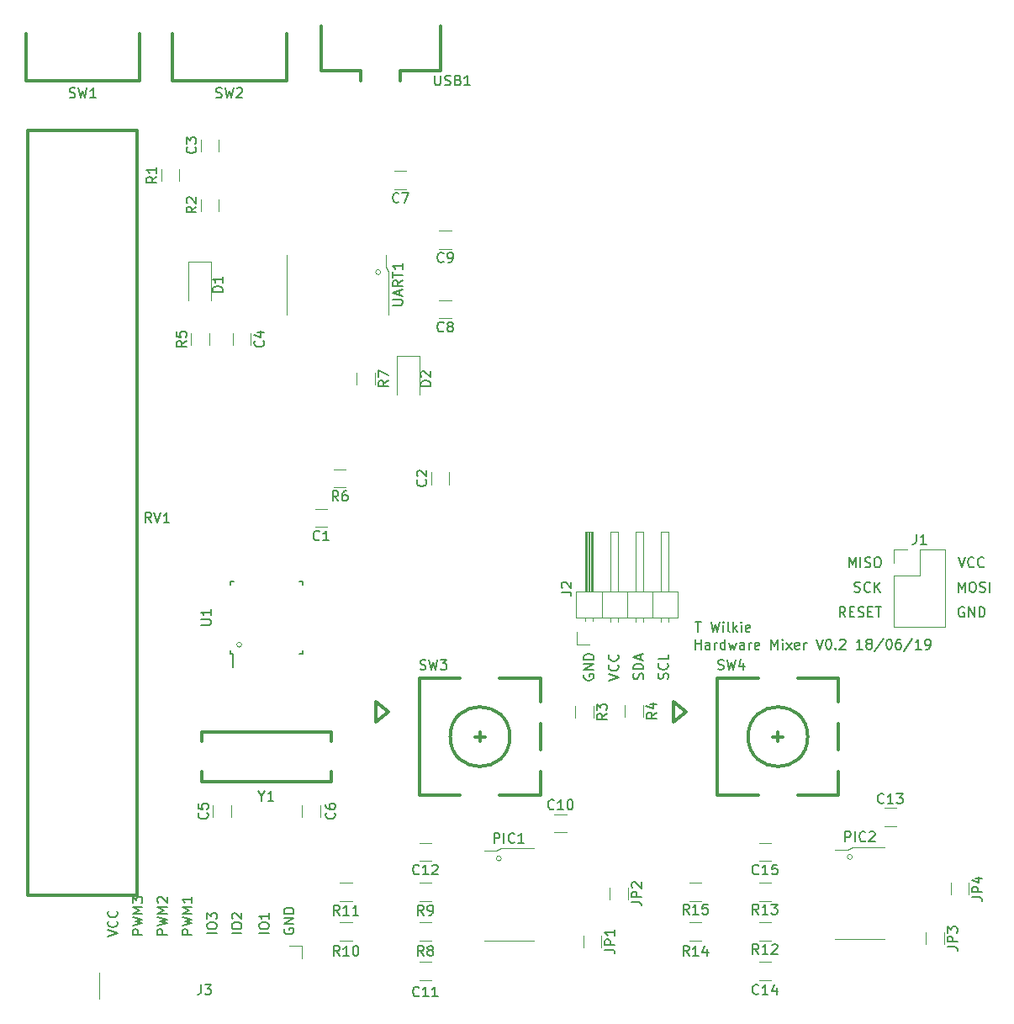
<source format=gbr>
G04 #@! TF.GenerationSoftware,KiCad,Pcbnew,(5.1.2)-2*
G04 #@! TF.CreationDate,2019-06-18T19:33:51+12:00*
G04 #@! TF.ProjectId,layout_2,6c61796f-7574-45f3-922e-6b696361645f,rev?*
G04 #@! TF.SameCoordinates,Original*
G04 #@! TF.FileFunction,Legend,Top*
G04 #@! TF.FilePolarity,Positive*
%FSLAX46Y46*%
G04 Gerber Fmt 4.6, Leading zero omitted, Abs format (unit mm)*
G04 Created by KiCad (PCBNEW (5.1.2)-2) date 2019-06-18 19:33:51*
%MOMM*%
%LPD*%
G04 APERTURE LIST*
%ADD10C,0.150000*%
%ADD11C,0.120000*%
%ADD12C,0.300000*%
G04 APERTURE END LIST*
D10*
X145390476Y-100652380D02*
X145961904Y-100652380D01*
X145676190Y-101652380D02*
X145676190Y-100652380D01*
X146961904Y-100652380D02*
X147200000Y-101652380D01*
X147390476Y-100938095D01*
X147580952Y-101652380D01*
X147819047Y-100652380D01*
X148200000Y-101652380D02*
X148200000Y-100985714D01*
X148200000Y-100652380D02*
X148152380Y-100700000D01*
X148200000Y-100747619D01*
X148247619Y-100700000D01*
X148200000Y-100652380D01*
X148200000Y-100747619D01*
X148819047Y-101652380D02*
X148723809Y-101604761D01*
X148676190Y-101509523D01*
X148676190Y-100652380D01*
X149200000Y-101652380D02*
X149200000Y-100652380D01*
X149295238Y-101271428D02*
X149580952Y-101652380D01*
X149580952Y-100985714D02*
X149200000Y-101366666D01*
X150009523Y-101652380D02*
X150009523Y-100985714D01*
X150009523Y-100652380D02*
X149961904Y-100700000D01*
X150009523Y-100747619D01*
X150057142Y-100700000D01*
X150009523Y-100652380D01*
X150009523Y-100747619D01*
X150866666Y-101604761D02*
X150771428Y-101652380D01*
X150580952Y-101652380D01*
X150485714Y-101604761D01*
X150438095Y-101509523D01*
X150438095Y-101128571D01*
X150485714Y-101033333D01*
X150580952Y-100985714D01*
X150771428Y-100985714D01*
X150866666Y-101033333D01*
X150914285Y-101128571D01*
X150914285Y-101223809D01*
X150438095Y-101319047D01*
X145366666Y-103402380D02*
X145366666Y-102402380D01*
X145366666Y-102878571D02*
X145938095Y-102878571D01*
X145938095Y-103402380D02*
X145938095Y-102402380D01*
X146842857Y-103402380D02*
X146842857Y-102878571D01*
X146795238Y-102783333D01*
X146700000Y-102735714D01*
X146509523Y-102735714D01*
X146414285Y-102783333D01*
X146842857Y-103354761D02*
X146747619Y-103402380D01*
X146509523Y-103402380D01*
X146414285Y-103354761D01*
X146366666Y-103259523D01*
X146366666Y-103164285D01*
X146414285Y-103069047D01*
X146509523Y-103021428D01*
X146747619Y-103021428D01*
X146842857Y-102973809D01*
X147319047Y-103402380D02*
X147319047Y-102735714D01*
X147319047Y-102926190D02*
X147366666Y-102830952D01*
X147414285Y-102783333D01*
X147509523Y-102735714D01*
X147604761Y-102735714D01*
X148366666Y-103402380D02*
X148366666Y-102402380D01*
X148366666Y-103354761D02*
X148271428Y-103402380D01*
X148080952Y-103402380D01*
X147985714Y-103354761D01*
X147938095Y-103307142D01*
X147890476Y-103211904D01*
X147890476Y-102926190D01*
X147938095Y-102830952D01*
X147985714Y-102783333D01*
X148080952Y-102735714D01*
X148271428Y-102735714D01*
X148366666Y-102783333D01*
X148747619Y-102735714D02*
X148938095Y-103402380D01*
X149128571Y-102926190D01*
X149319047Y-103402380D01*
X149509523Y-102735714D01*
X150319047Y-103402380D02*
X150319047Y-102878571D01*
X150271428Y-102783333D01*
X150176190Y-102735714D01*
X149985714Y-102735714D01*
X149890476Y-102783333D01*
X150319047Y-103354761D02*
X150223809Y-103402380D01*
X149985714Y-103402380D01*
X149890476Y-103354761D01*
X149842857Y-103259523D01*
X149842857Y-103164285D01*
X149890476Y-103069047D01*
X149985714Y-103021428D01*
X150223809Y-103021428D01*
X150319047Y-102973809D01*
X150795238Y-103402380D02*
X150795238Y-102735714D01*
X150795238Y-102926190D02*
X150842857Y-102830952D01*
X150890476Y-102783333D01*
X150985714Y-102735714D01*
X151080952Y-102735714D01*
X151795238Y-103354761D02*
X151700000Y-103402380D01*
X151509523Y-103402380D01*
X151414285Y-103354761D01*
X151366666Y-103259523D01*
X151366666Y-102878571D01*
X151414285Y-102783333D01*
X151509523Y-102735714D01*
X151700000Y-102735714D01*
X151795238Y-102783333D01*
X151842857Y-102878571D01*
X151842857Y-102973809D01*
X151366666Y-103069047D01*
X153033333Y-103402380D02*
X153033333Y-102402380D01*
X153366666Y-103116666D01*
X153700000Y-102402380D01*
X153700000Y-103402380D01*
X154176190Y-103402380D02*
X154176190Y-102735714D01*
X154176190Y-102402380D02*
X154128571Y-102450000D01*
X154176190Y-102497619D01*
X154223809Y-102450000D01*
X154176190Y-102402380D01*
X154176190Y-102497619D01*
X154557142Y-103402380D02*
X155080952Y-102735714D01*
X154557142Y-102735714D02*
X155080952Y-103402380D01*
X155842857Y-103354761D02*
X155747619Y-103402380D01*
X155557142Y-103402380D01*
X155461904Y-103354761D01*
X155414285Y-103259523D01*
X155414285Y-102878571D01*
X155461904Y-102783333D01*
X155557142Y-102735714D01*
X155747619Y-102735714D01*
X155842857Y-102783333D01*
X155890476Y-102878571D01*
X155890476Y-102973809D01*
X155414285Y-103069047D01*
X156319047Y-103402380D02*
X156319047Y-102735714D01*
X156319047Y-102926190D02*
X156366666Y-102830952D01*
X156414285Y-102783333D01*
X156509523Y-102735714D01*
X156604761Y-102735714D01*
X157557142Y-102402380D02*
X157890476Y-103402380D01*
X158223809Y-102402380D01*
X158747619Y-102402380D02*
X158842857Y-102402380D01*
X158938095Y-102450000D01*
X158985714Y-102497619D01*
X159033333Y-102592857D01*
X159080952Y-102783333D01*
X159080952Y-103021428D01*
X159033333Y-103211904D01*
X158985714Y-103307142D01*
X158938095Y-103354761D01*
X158842857Y-103402380D01*
X158747619Y-103402380D01*
X158652380Y-103354761D01*
X158604761Y-103307142D01*
X158557142Y-103211904D01*
X158509523Y-103021428D01*
X158509523Y-102783333D01*
X158557142Y-102592857D01*
X158604761Y-102497619D01*
X158652380Y-102450000D01*
X158747619Y-102402380D01*
X159509523Y-103307142D02*
X159557142Y-103354761D01*
X159509523Y-103402380D01*
X159461904Y-103354761D01*
X159509523Y-103307142D01*
X159509523Y-103402380D01*
X159938095Y-102497619D02*
X159985714Y-102450000D01*
X160080952Y-102402380D01*
X160319047Y-102402380D01*
X160414285Y-102450000D01*
X160461904Y-102497619D01*
X160509523Y-102592857D01*
X160509523Y-102688095D01*
X160461904Y-102830952D01*
X159890476Y-103402380D01*
X160509523Y-103402380D01*
X162223809Y-103402380D02*
X161652380Y-103402380D01*
X161938095Y-103402380D02*
X161938095Y-102402380D01*
X161842857Y-102545238D01*
X161747619Y-102640476D01*
X161652380Y-102688095D01*
X162795238Y-102830952D02*
X162700000Y-102783333D01*
X162652380Y-102735714D01*
X162604761Y-102640476D01*
X162604761Y-102592857D01*
X162652380Y-102497619D01*
X162700000Y-102450000D01*
X162795238Y-102402380D01*
X162985714Y-102402380D01*
X163080952Y-102450000D01*
X163128571Y-102497619D01*
X163176190Y-102592857D01*
X163176190Y-102640476D01*
X163128571Y-102735714D01*
X163080952Y-102783333D01*
X162985714Y-102830952D01*
X162795238Y-102830952D01*
X162700000Y-102878571D01*
X162652380Y-102926190D01*
X162604761Y-103021428D01*
X162604761Y-103211904D01*
X162652380Y-103307142D01*
X162700000Y-103354761D01*
X162795238Y-103402380D01*
X162985714Y-103402380D01*
X163080952Y-103354761D01*
X163128571Y-103307142D01*
X163176190Y-103211904D01*
X163176190Y-103021428D01*
X163128571Y-102926190D01*
X163080952Y-102878571D01*
X162985714Y-102830952D01*
X164319047Y-102354761D02*
X163461904Y-103640476D01*
X164842857Y-102402380D02*
X164938095Y-102402380D01*
X165033333Y-102450000D01*
X165080952Y-102497619D01*
X165128571Y-102592857D01*
X165176190Y-102783333D01*
X165176190Y-103021428D01*
X165128571Y-103211904D01*
X165080952Y-103307142D01*
X165033333Y-103354761D01*
X164938095Y-103402380D01*
X164842857Y-103402380D01*
X164747619Y-103354761D01*
X164700000Y-103307142D01*
X164652380Y-103211904D01*
X164604761Y-103021428D01*
X164604761Y-102783333D01*
X164652380Y-102592857D01*
X164700000Y-102497619D01*
X164747619Y-102450000D01*
X164842857Y-102402380D01*
X166033333Y-102402380D02*
X165842857Y-102402380D01*
X165747619Y-102450000D01*
X165700000Y-102497619D01*
X165604761Y-102640476D01*
X165557142Y-102830952D01*
X165557142Y-103211904D01*
X165604761Y-103307142D01*
X165652380Y-103354761D01*
X165747619Y-103402380D01*
X165938095Y-103402380D01*
X166033333Y-103354761D01*
X166080952Y-103307142D01*
X166128571Y-103211904D01*
X166128571Y-102973809D01*
X166080952Y-102878571D01*
X166033333Y-102830952D01*
X165938095Y-102783333D01*
X165747619Y-102783333D01*
X165652380Y-102830952D01*
X165604761Y-102878571D01*
X165557142Y-102973809D01*
X167271428Y-102354761D02*
X166414285Y-103640476D01*
X168128571Y-103402380D02*
X167557142Y-103402380D01*
X167842857Y-103402380D02*
X167842857Y-102402380D01*
X167747619Y-102545238D01*
X167652380Y-102640476D01*
X167557142Y-102688095D01*
X168604761Y-103402380D02*
X168795238Y-103402380D01*
X168890476Y-103354761D01*
X168938095Y-103307142D01*
X169033333Y-103164285D01*
X169080952Y-102973809D01*
X169080952Y-102592857D01*
X169033333Y-102497619D01*
X168985714Y-102450000D01*
X168890476Y-102402380D01*
X168700000Y-102402380D01*
X168604761Y-102450000D01*
X168557142Y-102497619D01*
X168509523Y-102592857D01*
X168509523Y-102830952D01*
X168557142Y-102926190D01*
X168604761Y-102973809D01*
X168700000Y-103021428D01*
X168890476Y-103021428D01*
X168985714Y-102973809D01*
X169033333Y-102926190D01*
X169080952Y-102830952D01*
D11*
X105770000Y-133230000D02*
X105770000Y-134500000D01*
X104500000Y-133230000D02*
X105770000Y-133230000D01*
X85390000Y-135940000D02*
X85390000Y-138600000D01*
D12*
X111700000Y-45200000D02*
X107700000Y-45200000D01*
X119700000Y-45200000D02*
X119700000Y-40700000D01*
X115700000Y-45200000D02*
X119700000Y-45200000D01*
X115700000Y-46200000D02*
X115700000Y-45200000D01*
X111700000Y-45200000D02*
X111700000Y-46200000D01*
X107700000Y-40700000D02*
X107700000Y-45200000D01*
D11*
X120610000Y-86802064D02*
X120610000Y-85597936D01*
X118790000Y-86802064D02*
X118790000Y-85597936D01*
X99700000Y-102950000D02*
G75*
G03X99700000Y-102950000I-250000J0D01*
G01*
D10*
X98800000Y-103825000D02*
X98800000Y-105250000D01*
X98575000Y-96575000D02*
X98575000Y-96900000D01*
X105825000Y-96575000D02*
X105825000Y-96900000D01*
X105825000Y-103825000D02*
X105825000Y-103500000D01*
X98575000Y-103825000D02*
X98575000Y-103500000D01*
X105825000Y-103825000D02*
X105500000Y-103825000D01*
X105825000Y-96575000D02*
X105500000Y-96575000D01*
X98575000Y-96575000D02*
X98900000Y-96575000D01*
X98575000Y-103825000D02*
X98800000Y-103825000D01*
D12*
X89200000Y-128200000D02*
X89200000Y-51200000D01*
X78200000Y-128200000D02*
X89200000Y-128200000D01*
X78200000Y-51200000D02*
X78200000Y-128200000D01*
X89200000Y-51200000D02*
X78200000Y-51200000D01*
D11*
X108302064Y-89290000D02*
X107097936Y-89290000D01*
X108302064Y-91110000D02*
X107097936Y-91110000D01*
X116302064Y-55290000D02*
X115097936Y-55290000D01*
X116302064Y-57110000D02*
X115097936Y-57110000D01*
D12*
X108700000Y-111700000D02*
X108700000Y-112700000D01*
X95700000Y-111700000D02*
X108700000Y-111700000D01*
X95700000Y-112700000D02*
X95700000Y-111700000D01*
X95700000Y-116700000D02*
X95700000Y-115700000D01*
X108700000Y-116700000D02*
X95700000Y-116700000D01*
X108700000Y-115700000D02*
X108700000Y-116700000D01*
D11*
X113700000Y-65450000D02*
G75*
G03X113700000Y-65450000I-250000J0D01*
G01*
X104200000Y-63700000D02*
X104200000Y-69700000D01*
X114450000Y-65450000D02*
X114450000Y-69700000D01*
X114200000Y-64950000D02*
X114450000Y-65450000D01*
X114200000Y-63700000D02*
X114200000Y-64950000D01*
D12*
X143200000Y-108700000D02*
X144450000Y-109700000D01*
X143200000Y-110700000D02*
X143200000Y-108700000D01*
X144450000Y-109700000D02*
X143200000Y-110700000D01*
X156700000Y-112200000D02*
G75*
G03X156700000Y-112200000I-3000000J0D01*
G01*
X155700000Y-106300000D02*
X159800000Y-106300000D01*
X159800000Y-118100000D02*
X155700000Y-118100000D01*
X151700000Y-118100000D02*
X147600000Y-118100000D01*
X151700000Y-106300000D02*
X147600000Y-106300000D01*
X147600000Y-106300000D02*
X147600000Y-118100000D01*
X159800000Y-106300000D02*
X159800000Y-108700000D01*
X159800000Y-110900000D02*
X159800000Y-113500000D01*
X159800000Y-115700000D02*
X159800000Y-118100000D01*
X153700000Y-111700000D02*
X153700000Y-112700000D01*
X153200000Y-112200000D02*
X154200000Y-112200000D01*
X113200000Y-108700000D02*
X114450000Y-109700000D01*
X113200000Y-110700000D02*
X113200000Y-108700000D01*
X114450000Y-109700000D02*
X113200000Y-110700000D01*
X126700000Y-112200000D02*
G75*
G03X126700000Y-112200000I-3000000J0D01*
G01*
X125700000Y-106300000D02*
X129800000Y-106300000D01*
X129800000Y-118100000D02*
X125700000Y-118100000D01*
X121700000Y-118100000D02*
X117600000Y-118100000D01*
X121700000Y-106300000D02*
X117600000Y-106300000D01*
X117600000Y-106300000D02*
X117600000Y-118100000D01*
X129800000Y-106300000D02*
X129800000Y-108700000D01*
X129800000Y-110900000D02*
X129800000Y-113500000D01*
X129800000Y-115700000D02*
X129800000Y-118100000D01*
X123700000Y-111700000D02*
X123700000Y-112700000D01*
X123200000Y-112200000D02*
X124200000Y-112200000D01*
X92700000Y-46200000D02*
X92700000Y-41450000D01*
X104200000Y-46200000D02*
X92700000Y-46200000D01*
X104200000Y-41450000D02*
X104200000Y-46200000D01*
X77950000Y-46200000D02*
X77950000Y-41450000D01*
X89450000Y-46200000D02*
X77950000Y-46200000D01*
X89450000Y-41450000D02*
X89450000Y-46200000D01*
D11*
X146002064Y-126890000D02*
X144797936Y-126890000D01*
X146002064Y-128710000D02*
X144797936Y-128710000D01*
X144797936Y-132710000D02*
X146002064Y-132710000D01*
X144797936Y-130890000D02*
X146002064Y-130890000D01*
X153002064Y-126890000D02*
X151797936Y-126890000D01*
X153002064Y-128710000D02*
X151797936Y-128710000D01*
X153002064Y-130890000D02*
X151797936Y-130890000D01*
X153002064Y-132710000D02*
X151797936Y-132710000D01*
X110802064Y-126890000D02*
X109597936Y-126890000D01*
X110802064Y-128710000D02*
X109597936Y-128710000D01*
X109597936Y-132710000D02*
X110802064Y-132710000D01*
X109597936Y-130890000D02*
X110802064Y-130890000D01*
X118802064Y-126890000D02*
X117597936Y-126890000D01*
X118802064Y-128710000D02*
X117597936Y-128710000D01*
X118802064Y-130890000D02*
X117597936Y-130890000D01*
X118802064Y-132710000D02*
X117597936Y-132710000D01*
X111290000Y-75597936D02*
X111290000Y-76802064D01*
X113110000Y-75597936D02*
X113110000Y-76802064D01*
X110202064Y-85290000D02*
X108997936Y-85290000D01*
X110202064Y-87110000D02*
X108997936Y-87110000D01*
X96410000Y-72802064D02*
X96410000Y-71597936D01*
X94590000Y-72802064D02*
X94590000Y-71597936D01*
X138290000Y-108997936D02*
X138290000Y-110202064D01*
X140110000Y-108997936D02*
X140110000Y-110202064D01*
X133290000Y-109097936D02*
X133290000Y-110302064D01*
X135110000Y-109097936D02*
X135110000Y-110302064D01*
X97410000Y-59302064D02*
X97410000Y-58097936D01*
X95590000Y-59302064D02*
X95590000Y-58097936D01*
X93410000Y-56302064D02*
X93410000Y-55097936D01*
X91590000Y-56302064D02*
X91590000Y-55097936D01*
X159450000Y-132550000D02*
X164450000Y-132550000D01*
X161200000Y-124300000D02*
G75*
G03X161200000Y-124300000I-250000J0D01*
G01*
X161200000Y-123300000D02*
X164450000Y-123300000D01*
X160700000Y-123550000D02*
X161200000Y-123300000D01*
X159450000Y-123550000D02*
X160700000Y-123550000D01*
X124100000Y-132700000D02*
X129100000Y-132700000D01*
X125850000Y-124450000D02*
G75*
G03X125850000Y-124450000I-250000J0D01*
G01*
X125850000Y-123450000D02*
X129100000Y-123450000D01*
X125350000Y-123700000D02*
X125850000Y-123450000D01*
X124100000Y-123700000D02*
X125350000Y-123700000D01*
X171090000Y-126897936D02*
X171090000Y-128102064D01*
X172910000Y-126897936D02*
X172910000Y-128102064D01*
X168590000Y-131897936D02*
X168590000Y-133102064D01*
X170410000Y-131897936D02*
X170410000Y-133102064D01*
X136790000Y-127397936D02*
X136790000Y-128602064D01*
X138610000Y-127397936D02*
X138610000Y-128602064D01*
X134090000Y-132197936D02*
X134090000Y-133402064D01*
X135910000Y-132197936D02*
X135910000Y-133402064D01*
X133430000Y-102970000D02*
X133430000Y-101700000D01*
X134700000Y-102970000D02*
X133430000Y-102970000D01*
X142700000Y-100657071D02*
X142700000Y-100260000D01*
X141940000Y-100657071D02*
X141940000Y-100260000D01*
X142700000Y-91600000D02*
X142700000Y-97600000D01*
X141940000Y-91600000D02*
X142700000Y-91600000D01*
X141940000Y-97600000D02*
X141940000Y-91600000D01*
X141050000Y-100260000D02*
X141050000Y-97600000D01*
X140160000Y-100657071D02*
X140160000Y-100260000D01*
X139400000Y-100657071D02*
X139400000Y-100260000D01*
X140160000Y-91600000D02*
X140160000Y-97600000D01*
X139400000Y-91600000D02*
X140160000Y-91600000D01*
X139400000Y-97600000D02*
X139400000Y-91600000D01*
X138510000Y-100260000D02*
X138510000Y-97600000D01*
X137620000Y-100657071D02*
X137620000Y-100260000D01*
X136860000Y-100657071D02*
X136860000Y-100260000D01*
X137620000Y-91600000D02*
X137620000Y-97600000D01*
X136860000Y-91600000D02*
X137620000Y-91600000D01*
X136860000Y-97600000D02*
X136860000Y-91600000D01*
X135970000Y-100260000D02*
X135970000Y-97600000D01*
X135080000Y-100590000D02*
X135080000Y-100260000D01*
X134320000Y-100590000D02*
X134320000Y-100260000D01*
X134980000Y-97600000D02*
X134980000Y-91600000D01*
X134860000Y-97600000D02*
X134860000Y-91600000D01*
X134740000Y-97600000D02*
X134740000Y-91600000D01*
X134620000Y-97600000D02*
X134620000Y-91600000D01*
X134500000Y-97600000D02*
X134500000Y-91600000D01*
X134380000Y-97600000D02*
X134380000Y-91600000D01*
X135080000Y-91600000D02*
X135080000Y-97600000D01*
X134320000Y-91600000D02*
X135080000Y-91600000D01*
X134320000Y-97600000D02*
X134320000Y-91600000D01*
X133370000Y-97600000D02*
X133370000Y-100260000D01*
X143650000Y-97600000D02*
X133370000Y-97600000D01*
X143650000Y-100260000D02*
X143650000Y-97600000D01*
X133370000Y-100260000D02*
X143650000Y-100260000D01*
X165370000Y-93370000D02*
X166700000Y-93370000D01*
X165370000Y-94700000D02*
X165370000Y-93370000D01*
X167970000Y-93370000D02*
X170570000Y-93370000D01*
X167970000Y-95970000D02*
X167970000Y-93370000D01*
X165370000Y-95970000D02*
X167970000Y-95970000D01*
X170570000Y-93370000D02*
X170570000Y-101110000D01*
X165370000Y-95970000D02*
X165370000Y-101110000D01*
X165370000Y-101110000D02*
X170570000Y-101110000D01*
X115315000Y-73915000D02*
X115315000Y-77800000D01*
X117585000Y-73915000D02*
X115315000Y-73915000D01*
X117585000Y-77800000D02*
X117585000Y-73915000D01*
X94365000Y-64415000D02*
X94365000Y-68300000D01*
X96635000Y-64415000D02*
X94365000Y-64415000D01*
X96635000Y-68300000D02*
X96635000Y-64415000D01*
X153002064Y-122890000D02*
X151797936Y-122890000D01*
X153002064Y-124710000D02*
X151797936Y-124710000D01*
X151797936Y-136710000D02*
X153002064Y-136710000D01*
X151797936Y-134890000D02*
X153002064Y-134890000D01*
X164397936Y-121210000D02*
X165602064Y-121210000D01*
X164397936Y-119390000D02*
X165602064Y-119390000D01*
X118802064Y-122890000D02*
X117597936Y-122890000D01*
X118802064Y-124710000D02*
X117597936Y-124710000D01*
X117597936Y-136710000D02*
X118802064Y-136710000D01*
X117597936Y-134890000D02*
X118802064Y-134890000D01*
X131197936Y-121810000D02*
X132402064Y-121810000D01*
X131197936Y-119990000D02*
X132402064Y-119990000D01*
X120802064Y-61290000D02*
X119597936Y-61290000D01*
X120802064Y-63110000D02*
X119597936Y-63110000D01*
X120802064Y-68290000D02*
X119597936Y-68290000D01*
X120802064Y-70110000D02*
X119597936Y-70110000D01*
X107610000Y-120302064D02*
X107610000Y-119097936D01*
X105790000Y-120302064D02*
X105790000Y-119097936D01*
X98610000Y-120302064D02*
X98610000Y-119097936D01*
X96790000Y-120302064D02*
X96790000Y-119097936D01*
X98790000Y-71597936D02*
X98790000Y-72802064D01*
X100610000Y-71597936D02*
X100610000Y-72802064D01*
X97410000Y-53302064D02*
X97410000Y-52097936D01*
X95590000Y-53302064D02*
X95590000Y-52097936D01*
D10*
X95616666Y-137152380D02*
X95616666Y-137866666D01*
X95569047Y-138009523D01*
X95473809Y-138104761D01*
X95330952Y-138152380D01*
X95235714Y-138152380D01*
X95997619Y-137152380D02*
X96616666Y-137152380D01*
X96283333Y-137533333D01*
X96426190Y-137533333D01*
X96521428Y-137580952D01*
X96569047Y-137628571D01*
X96616666Y-137723809D01*
X96616666Y-137961904D01*
X96569047Y-138057142D01*
X96521428Y-138104761D01*
X96426190Y-138152380D01*
X96140476Y-138152380D01*
X96045238Y-138104761D01*
X95997619Y-138057142D01*
X86202380Y-132333333D02*
X87202380Y-132000000D01*
X86202380Y-131666666D01*
X87107142Y-130761904D02*
X87154761Y-130809523D01*
X87202380Y-130952380D01*
X87202380Y-131047619D01*
X87154761Y-131190476D01*
X87059523Y-131285714D01*
X86964285Y-131333333D01*
X86773809Y-131380952D01*
X86630952Y-131380952D01*
X86440476Y-131333333D01*
X86345238Y-131285714D01*
X86250000Y-131190476D01*
X86202380Y-131047619D01*
X86202380Y-130952380D01*
X86250000Y-130809523D01*
X86297619Y-130761904D01*
X87107142Y-129761904D02*
X87154761Y-129809523D01*
X87202380Y-129952380D01*
X87202380Y-130047619D01*
X87154761Y-130190476D01*
X87059523Y-130285714D01*
X86964285Y-130333333D01*
X86773809Y-130380952D01*
X86630952Y-130380952D01*
X86440476Y-130333333D01*
X86345238Y-130285714D01*
X86250000Y-130190476D01*
X86202380Y-130047619D01*
X86202380Y-129952380D01*
X86250000Y-129809523D01*
X86297619Y-129761904D01*
X89702380Y-132130952D02*
X88702380Y-132130952D01*
X88702380Y-131750000D01*
X88750000Y-131654761D01*
X88797619Y-131607142D01*
X88892857Y-131559523D01*
X89035714Y-131559523D01*
X89130952Y-131607142D01*
X89178571Y-131654761D01*
X89226190Y-131750000D01*
X89226190Y-132130952D01*
X88702380Y-131226190D02*
X89702380Y-130988095D01*
X88988095Y-130797619D01*
X89702380Y-130607142D01*
X88702380Y-130369047D01*
X89702380Y-129988095D02*
X88702380Y-129988095D01*
X89416666Y-129654761D01*
X88702380Y-129321428D01*
X89702380Y-129321428D01*
X88702380Y-128940476D02*
X88702380Y-128321428D01*
X89083333Y-128654761D01*
X89083333Y-128511904D01*
X89130952Y-128416666D01*
X89178571Y-128369047D01*
X89273809Y-128321428D01*
X89511904Y-128321428D01*
X89607142Y-128369047D01*
X89654761Y-128416666D01*
X89702380Y-128511904D01*
X89702380Y-128797619D01*
X89654761Y-128892857D01*
X89607142Y-128940476D01*
X92202380Y-132130952D02*
X91202380Y-132130952D01*
X91202380Y-131750000D01*
X91250000Y-131654761D01*
X91297619Y-131607142D01*
X91392857Y-131559523D01*
X91535714Y-131559523D01*
X91630952Y-131607142D01*
X91678571Y-131654761D01*
X91726190Y-131750000D01*
X91726190Y-132130952D01*
X91202380Y-131226190D02*
X92202380Y-130988095D01*
X91488095Y-130797619D01*
X92202380Y-130607142D01*
X91202380Y-130369047D01*
X92202380Y-129988095D02*
X91202380Y-129988095D01*
X91916666Y-129654761D01*
X91202380Y-129321428D01*
X92202380Y-129321428D01*
X91297619Y-128892857D02*
X91250000Y-128845238D01*
X91202380Y-128750000D01*
X91202380Y-128511904D01*
X91250000Y-128416666D01*
X91297619Y-128369047D01*
X91392857Y-128321428D01*
X91488095Y-128321428D01*
X91630952Y-128369047D01*
X92202380Y-128940476D01*
X92202380Y-128321428D01*
X94702380Y-132130952D02*
X93702380Y-132130952D01*
X93702380Y-131750000D01*
X93750000Y-131654761D01*
X93797619Y-131607142D01*
X93892857Y-131559523D01*
X94035714Y-131559523D01*
X94130952Y-131607142D01*
X94178571Y-131654761D01*
X94226190Y-131750000D01*
X94226190Y-132130952D01*
X93702380Y-131226190D02*
X94702380Y-130988095D01*
X93988095Y-130797619D01*
X94702380Y-130607142D01*
X93702380Y-130369047D01*
X94702380Y-129988095D02*
X93702380Y-129988095D01*
X94416666Y-129654761D01*
X93702380Y-129321428D01*
X94702380Y-129321428D01*
X94702380Y-128321428D02*
X94702380Y-128892857D01*
X94702380Y-128607142D02*
X93702380Y-128607142D01*
X93845238Y-128702380D01*
X93940476Y-128797619D01*
X93988095Y-128892857D01*
X97202380Y-132000000D02*
X96202380Y-132000000D01*
X96202380Y-131333333D02*
X96202380Y-131142857D01*
X96250000Y-131047619D01*
X96345238Y-130952380D01*
X96535714Y-130904761D01*
X96869047Y-130904761D01*
X97059523Y-130952380D01*
X97154761Y-131047619D01*
X97202380Y-131142857D01*
X97202380Y-131333333D01*
X97154761Y-131428571D01*
X97059523Y-131523809D01*
X96869047Y-131571428D01*
X96535714Y-131571428D01*
X96345238Y-131523809D01*
X96250000Y-131428571D01*
X96202380Y-131333333D01*
X96202380Y-130571428D02*
X96202380Y-129952380D01*
X96583333Y-130285714D01*
X96583333Y-130142857D01*
X96630952Y-130047619D01*
X96678571Y-130000000D01*
X96773809Y-129952380D01*
X97011904Y-129952380D01*
X97107142Y-130000000D01*
X97154761Y-130047619D01*
X97202380Y-130142857D01*
X97202380Y-130428571D01*
X97154761Y-130523809D01*
X97107142Y-130571428D01*
X99702380Y-132000000D02*
X98702380Y-132000000D01*
X98702380Y-131333333D02*
X98702380Y-131142857D01*
X98750000Y-131047619D01*
X98845238Y-130952380D01*
X99035714Y-130904761D01*
X99369047Y-130904761D01*
X99559523Y-130952380D01*
X99654761Y-131047619D01*
X99702380Y-131142857D01*
X99702380Y-131333333D01*
X99654761Y-131428571D01*
X99559523Y-131523809D01*
X99369047Y-131571428D01*
X99035714Y-131571428D01*
X98845238Y-131523809D01*
X98750000Y-131428571D01*
X98702380Y-131333333D01*
X98797619Y-130523809D02*
X98750000Y-130476190D01*
X98702380Y-130380952D01*
X98702380Y-130142857D01*
X98750000Y-130047619D01*
X98797619Y-130000000D01*
X98892857Y-129952380D01*
X98988095Y-129952380D01*
X99130952Y-130000000D01*
X99702380Y-130571428D01*
X99702380Y-129952380D01*
X102452380Y-132000000D02*
X101452380Y-132000000D01*
X101452380Y-131333333D02*
X101452380Y-131142857D01*
X101500000Y-131047619D01*
X101595238Y-130952380D01*
X101785714Y-130904761D01*
X102119047Y-130904761D01*
X102309523Y-130952380D01*
X102404761Y-131047619D01*
X102452380Y-131142857D01*
X102452380Y-131333333D01*
X102404761Y-131428571D01*
X102309523Y-131523809D01*
X102119047Y-131571428D01*
X101785714Y-131571428D01*
X101595238Y-131523809D01*
X101500000Y-131428571D01*
X101452380Y-131333333D01*
X102452380Y-129952380D02*
X102452380Y-130523809D01*
X102452380Y-130238095D02*
X101452380Y-130238095D01*
X101595238Y-130333333D01*
X101690476Y-130428571D01*
X101738095Y-130523809D01*
X104000000Y-131511904D02*
X103952380Y-131607142D01*
X103952380Y-131750000D01*
X104000000Y-131892857D01*
X104095238Y-131988095D01*
X104190476Y-132035714D01*
X104380952Y-132083333D01*
X104523809Y-132083333D01*
X104714285Y-132035714D01*
X104809523Y-131988095D01*
X104904761Y-131892857D01*
X104952380Y-131750000D01*
X104952380Y-131654761D01*
X104904761Y-131511904D01*
X104857142Y-131464285D01*
X104523809Y-131464285D01*
X104523809Y-131654761D01*
X104952380Y-131035714D02*
X103952380Y-131035714D01*
X104952380Y-130464285D01*
X103952380Y-130464285D01*
X104952380Y-129988095D02*
X103952380Y-129988095D01*
X103952380Y-129750000D01*
X104000000Y-129607142D01*
X104095238Y-129511904D01*
X104190476Y-129464285D01*
X104380952Y-129416666D01*
X104523809Y-129416666D01*
X104714285Y-129464285D01*
X104809523Y-129511904D01*
X104904761Y-129607142D01*
X104952380Y-129750000D01*
X104952380Y-129988095D01*
X119161904Y-45652380D02*
X119161904Y-46461904D01*
X119209523Y-46557142D01*
X119257142Y-46604761D01*
X119352380Y-46652380D01*
X119542857Y-46652380D01*
X119638095Y-46604761D01*
X119685714Y-46557142D01*
X119733333Y-46461904D01*
X119733333Y-45652380D01*
X120161904Y-46604761D02*
X120304761Y-46652380D01*
X120542857Y-46652380D01*
X120638095Y-46604761D01*
X120685714Y-46557142D01*
X120733333Y-46461904D01*
X120733333Y-46366666D01*
X120685714Y-46271428D01*
X120638095Y-46223809D01*
X120542857Y-46176190D01*
X120352380Y-46128571D01*
X120257142Y-46080952D01*
X120209523Y-46033333D01*
X120161904Y-45938095D01*
X120161904Y-45842857D01*
X120209523Y-45747619D01*
X120257142Y-45700000D01*
X120352380Y-45652380D01*
X120590476Y-45652380D01*
X120733333Y-45700000D01*
X121495238Y-46128571D02*
X121638095Y-46176190D01*
X121685714Y-46223809D01*
X121733333Y-46319047D01*
X121733333Y-46461904D01*
X121685714Y-46557142D01*
X121638095Y-46604761D01*
X121542857Y-46652380D01*
X121161904Y-46652380D01*
X121161904Y-45652380D01*
X121495238Y-45652380D01*
X121590476Y-45700000D01*
X121638095Y-45747619D01*
X121685714Y-45842857D01*
X121685714Y-45938095D01*
X121638095Y-46033333D01*
X121590476Y-46080952D01*
X121495238Y-46128571D01*
X121161904Y-46128571D01*
X122685714Y-46652380D02*
X122114285Y-46652380D01*
X122400000Y-46652380D02*
X122400000Y-45652380D01*
X122304761Y-45795238D01*
X122209523Y-45890476D01*
X122114285Y-45938095D01*
X118237142Y-86366666D02*
X118284761Y-86414285D01*
X118332380Y-86557142D01*
X118332380Y-86652380D01*
X118284761Y-86795238D01*
X118189523Y-86890476D01*
X118094285Y-86938095D01*
X117903809Y-86985714D01*
X117760952Y-86985714D01*
X117570476Y-86938095D01*
X117475238Y-86890476D01*
X117380000Y-86795238D01*
X117332380Y-86652380D01*
X117332380Y-86557142D01*
X117380000Y-86414285D01*
X117427619Y-86366666D01*
X117427619Y-85985714D02*
X117380000Y-85938095D01*
X117332380Y-85842857D01*
X117332380Y-85604761D01*
X117380000Y-85509523D01*
X117427619Y-85461904D01*
X117522857Y-85414285D01*
X117618095Y-85414285D01*
X117760952Y-85461904D01*
X118332380Y-86033333D01*
X118332380Y-85414285D01*
X95602380Y-100961904D02*
X96411904Y-100961904D01*
X96507142Y-100914285D01*
X96554761Y-100866666D01*
X96602380Y-100771428D01*
X96602380Y-100580952D01*
X96554761Y-100485714D01*
X96507142Y-100438095D01*
X96411904Y-100390476D01*
X95602380Y-100390476D01*
X96602380Y-99390476D02*
X96602380Y-99961904D01*
X96602380Y-99676190D02*
X95602380Y-99676190D01*
X95745238Y-99771428D01*
X95840476Y-99866666D01*
X95888095Y-99961904D01*
X90604761Y-90652380D02*
X90271428Y-90176190D01*
X90033333Y-90652380D02*
X90033333Y-89652380D01*
X90414285Y-89652380D01*
X90509523Y-89700000D01*
X90557142Y-89747619D01*
X90604761Y-89842857D01*
X90604761Y-89985714D01*
X90557142Y-90080952D01*
X90509523Y-90128571D01*
X90414285Y-90176190D01*
X90033333Y-90176190D01*
X90890476Y-89652380D02*
X91223809Y-90652380D01*
X91557142Y-89652380D01*
X92414285Y-90652380D02*
X91842857Y-90652380D01*
X92128571Y-90652380D02*
X92128571Y-89652380D01*
X92033333Y-89795238D01*
X91938095Y-89890476D01*
X91842857Y-89938095D01*
X107533333Y-92377142D02*
X107485714Y-92424761D01*
X107342857Y-92472380D01*
X107247619Y-92472380D01*
X107104761Y-92424761D01*
X107009523Y-92329523D01*
X106961904Y-92234285D01*
X106914285Y-92043809D01*
X106914285Y-91900952D01*
X106961904Y-91710476D01*
X107009523Y-91615238D01*
X107104761Y-91520000D01*
X107247619Y-91472380D01*
X107342857Y-91472380D01*
X107485714Y-91520000D01*
X107533333Y-91567619D01*
X108485714Y-92472380D02*
X107914285Y-92472380D01*
X108200000Y-92472380D02*
X108200000Y-91472380D01*
X108104761Y-91615238D01*
X108009523Y-91710476D01*
X107914285Y-91758095D01*
X115533333Y-58377142D02*
X115485714Y-58424761D01*
X115342857Y-58472380D01*
X115247619Y-58472380D01*
X115104761Y-58424761D01*
X115009523Y-58329523D01*
X114961904Y-58234285D01*
X114914285Y-58043809D01*
X114914285Y-57900952D01*
X114961904Y-57710476D01*
X115009523Y-57615238D01*
X115104761Y-57520000D01*
X115247619Y-57472380D01*
X115342857Y-57472380D01*
X115485714Y-57520000D01*
X115533333Y-57567619D01*
X115866666Y-57472380D02*
X116533333Y-57472380D01*
X116104761Y-58472380D01*
X101723809Y-118176190D02*
X101723809Y-118652380D01*
X101390476Y-117652380D02*
X101723809Y-118176190D01*
X102057142Y-117652380D01*
X102914285Y-118652380D02*
X102342857Y-118652380D01*
X102628571Y-118652380D02*
X102628571Y-117652380D01*
X102533333Y-117795238D01*
X102438095Y-117890476D01*
X102342857Y-117938095D01*
X114902380Y-68771428D02*
X115711904Y-68771428D01*
X115807142Y-68723809D01*
X115854761Y-68676190D01*
X115902380Y-68580952D01*
X115902380Y-68390476D01*
X115854761Y-68295238D01*
X115807142Y-68247619D01*
X115711904Y-68200000D01*
X114902380Y-68200000D01*
X115616666Y-67771428D02*
X115616666Y-67295238D01*
X115902380Y-67866666D02*
X114902380Y-67533333D01*
X115902380Y-67200000D01*
X115902380Y-66295238D02*
X115426190Y-66628571D01*
X115902380Y-66866666D02*
X114902380Y-66866666D01*
X114902380Y-66485714D01*
X114950000Y-66390476D01*
X114997619Y-66342857D01*
X115092857Y-66295238D01*
X115235714Y-66295238D01*
X115330952Y-66342857D01*
X115378571Y-66390476D01*
X115426190Y-66485714D01*
X115426190Y-66866666D01*
X114902380Y-66009523D02*
X114902380Y-65438095D01*
X115902380Y-65723809D02*
X114902380Y-65723809D01*
X115902380Y-64580952D02*
X115902380Y-65152380D01*
X115902380Y-64866666D02*
X114902380Y-64866666D01*
X115045238Y-64961904D01*
X115140476Y-65057142D01*
X115188095Y-65152380D01*
X147666666Y-105404761D02*
X147809523Y-105452380D01*
X148047619Y-105452380D01*
X148142857Y-105404761D01*
X148190476Y-105357142D01*
X148238095Y-105261904D01*
X148238095Y-105166666D01*
X148190476Y-105071428D01*
X148142857Y-105023809D01*
X148047619Y-104976190D01*
X147857142Y-104928571D01*
X147761904Y-104880952D01*
X147714285Y-104833333D01*
X147666666Y-104738095D01*
X147666666Y-104642857D01*
X147714285Y-104547619D01*
X147761904Y-104500000D01*
X147857142Y-104452380D01*
X148095238Y-104452380D01*
X148238095Y-104500000D01*
X148571428Y-104452380D02*
X148809523Y-105452380D01*
X149000000Y-104738095D01*
X149190476Y-105452380D01*
X149428571Y-104452380D01*
X150238095Y-104785714D02*
X150238095Y-105452380D01*
X150000000Y-104404761D02*
X149761904Y-105119047D01*
X150380952Y-105119047D01*
X117666666Y-105404761D02*
X117809523Y-105452380D01*
X118047619Y-105452380D01*
X118142857Y-105404761D01*
X118190476Y-105357142D01*
X118238095Y-105261904D01*
X118238095Y-105166666D01*
X118190476Y-105071428D01*
X118142857Y-105023809D01*
X118047619Y-104976190D01*
X117857142Y-104928571D01*
X117761904Y-104880952D01*
X117714285Y-104833333D01*
X117666666Y-104738095D01*
X117666666Y-104642857D01*
X117714285Y-104547619D01*
X117761904Y-104500000D01*
X117857142Y-104452380D01*
X118095238Y-104452380D01*
X118238095Y-104500000D01*
X118571428Y-104452380D02*
X118809523Y-105452380D01*
X119000000Y-104738095D01*
X119190476Y-105452380D01*
X119428571Y-104452380D01*
X119714285Y-104452380D02*
X120333333Y-104452380D01*
X120000000Y-104833333D01*
X120142857Y-104833333D01*
X120238095Y-104880952D01*
X120285714Y-104928571D01*
X120333333Y-105023809D01*
X120333333Y-105261904D01*
X120285714Y-105357142D01*
X120238095Y-105404761D01*
X120142857Y-105452380D01*
X119857142Y-105452380D01*
X119761904Y-105404761D01*
X119714285Y-105357142D01*
X97116666Y-47854761D02*
X97259523Y-47902380D01*
X97497619Y-47902380D01*
X97592857Y-47854761D01*
X97640476Y-47807142D01*
X97688095Y-47711904D01*
X97688095Y-47616666D01*
X97640476Y-47521428D01*
X97592857Y-47473809D01*
X97497619Y-47426190D01*
X97307142Y-47378571D01*
X97211904Y-47330952D01*
X97164285Y-47283333D01*
X97116666Y-47188095D01*
X97116666Y-47092857D01*
X97164285Y-46997619D01*
X97211904Y-46950000D01*
X97307142Y-46902380D01*
X97545238Y-46902380D01*
X97688095Y-46950000D01*
X98021428Y-46902380D02*
X98259523Y-47902380D01*
X98450000Y-47188095D01*
X98640476Y-47902380D01*
X98878571Y-46902380D01*
X99211904Y-46997619D02*
X99259523Y-46950000D01*
X99354761Y-46902380D01*
X99592857Y-46902380D01*
X99688095Y-46950000D01*
X99735714Y-46997619D01*
X99783333Y-47092857D01*
X99783333Y-47188095D01*
X99735714Y-47330952D01*
X99164285Y-47902380D01*
X99783333Y-47902380D01*
X82366666Y-47854761D02*
X82509523Y-47902380D01*
X82747619Y-47902380D01*
X82842857Y-47854761D01*
X82890476Y-47807142D01*
X82938095Y-47711904D01*
X82938095Y-47616666D01*
X82890476Y-47521428D01*
X82842857Y-47473809D01*
X82747619Y-47426190D01*
X82557142Y-47378571D01*
X82461904Y-47330952D01*
X82414285Y-47283333D01*
X82366666Y-47188095D01*
X82366666Y-47092857D01*
X82414285Y-46997619D01*
X82461904Y-46950000D01*
X82557142Y-46902380D01*
X82795238Y-46902380D01*
X82938095Y-46950000D01*
X83271428Y-46902380D02*
X83509523Y-47902380D01*
X83700000Y-47188095D01*
X83890476Y-47902380D01*
X84128571Y-46902380D01*
X85033333Y-47902380D02*
X84461904Y-47902380D01*
X84747619Y-47902380D02*
X84747619Y-46902380D01*
X84652380Y-47045238D01*
X84557142Y-47140476D01*
X84461904Y-47188095D01*
X144757142Y-130072380D02*
X144423809Y-129596190D01*
X144185714Y-130072380D02*
X144185714Y-129072380D01*
X144566666Y-129072380D01*
X144661904Y-129120000D01*
X144709523Y-129167619D01*
X144757142Y-129262857D01*
X144757142Y-129405714D01*
X144709523Y-129500952D01*
X144661904Y-129548571D01*
X144566666Y-129596190D01*
X144185714Y-129596190D01*
X145709523Y-130072380D02*
X145138095Y-130072380D01*
X145423809Y-130072380D02*
X145423809Y-129072380D01*
X145328571Y-129215238D01*
X145233333Y-129310476D01*
X145138095Y-129358095D01*
X146614285Y-129072380D02*
X146138095Y-129072380D01*
X146090476Y-129548571D01*
X146138095Y-129500952D01*
X146233333Y-129453333D01*
X146471428Y-129453333D01*
X146566666Y-129500952D01*
X146614285Y-129548571D01*
X146661904Y-129643809D01*
X146661904Y-129881904D01*
X146614285Y-129977142D01*
X146566666Y-130024761D01*
X146471428Y-130072380D01*
X146233333Y-130072380D01*
X146138095Y-130024761D01*
X146090476Y-129977142D01*
X144757142Y-134252380D02*
X144423809Y-133776190D01*
X144185714Y-134252380D02*
X144185714Y-133252380D01*
X144566666Y-133252380D01*
X144661904Y-133300000D01*
X144709523Y-133347619D01*
X144757142Y-133442857D01*
X144757142Y-133585714D01*
X144709523Y-133680952D01*
X144661904Y-133728571D01*
X144566666Y-133776190D01*
X144185714Y-133776190D01*
X145709523Y-134252380D02*
X145138095Y-134252380D01*
X145423809Y-134252380D02*
X145423809Y-133252380D01*
X145328571Y-133395238D01*
X145233333Y-133490476D01*
X145138095Y-133538095D01*
X146566666Y-133585714D02*
X146566666Y-134252380D01*
X146328571Y-133204761D02*
X146090476Y-133919047D01*
X146709523Y-133919047D01*
X151757142Y-130072380D02*
X151423809Y-129596190D01*
X151185714Y-130072380D02*
X151185714Y-129072380D01*
X151566666Y-129072380D01*
X151661904Y-129120000D01*
X151709523Y-129167619D01*
X151757142Y-129262857D01*
X151757142Y-129405714D01*
X151709523Y-129500952D01*
X151661904Y-129548571D01*
X151566666Y-129596190D01*
X151185714Y-129596190D01*
X152709523Y-130072380D02*
X152138095Y-130072380D01*
X152423809Y-130072380D02*
X152423809Y-129072380D01*
X152328571Y-129215238D01*
X152233333Y-129310476D01*
X152138095Y-129358095D01*
X153042857Y-129072380D02*
X153661904Y-129072380D01*
X153328571Y-129453333D01*
X153471428Y-129453333D01*
X153566666Y-129500952D01*
X153614285Y-129548571D01*
X153661904Y-129643809D01*
X153661904Y-129881904D01*
X153614285Y-129977142D01*
X153566666Y-130024761D01*
X153471428Y-130072380D01*
X153185714Y-130072380D01*
X153090476Y-130024761D01*
X153042857Y-129977142D01*
X151757142Y-134072380D02*
X151423809Y-133596190D01*
X151185714Y-134072380D02*
X151185714Y-133072380D01*
X151566666Y-133072380D01*
X151661904Y-133120000D01*
X151709523Y-133167619D01*
X151757142Y-133262857D01*
X151757142Y-133405714D01*
X151709523Y-133500952D01*
X151661904Y-133548571D01*
X151566666Y-133596190D01*
X151185714Y-133596190D01*
X152709523Y-134072380D02*
X152138095Y-134072380D01*
X152423809Y-134072380D02*
X152423809Y-133072380D01*
X152328571Y-133215238D01*
X152233333Y-133310476D01*
X152138095Y-133358095D01*
X153090476Y-133167619D02*
X153138095Y-133120000D01*
X153233333Y-133072380D01*
X153471428Y-133072380D01*
X153566666Y-133120000D01*
X153614285Y-133167619D01*
X153661904Y-133262857D01*
X153661904Y-133358095D01*
X153614285Y-133500952D01*
X153042857Y-134072380D01*
X153661904Y-134072380D01*
X109557142Y-130152380D02*
X109223809Y-129676190D01*
X108985714Y-130152380D02*
X108985714Y-129152380D01*
X109366666Y-129152380D01*
X109461904Y-129200000D01*
X109509523Y-129247619D01*
X109557142Y-129342857D01*
X109557142Y-129485714D01*
X109509523Y-129580952D01*
X109461904Y-129628571D01*
X109366666Y-129676190D01*
X108985714Y-129676190D01*
X110509523Y-130152380D02*
X109938095Y-130152380D01*
X110223809Y-130152380D02*
X110223809Y-129152380D01*
X110128571Y-129295238D01*
X110033333Y-129390476D01*
X109938095Y-129438095D01*
X111461904Y-130152380D02*
X110890476Y-130152380D01*
X111176190Y-130152380D02*
X111176190Y-129152380D01*
X111080952Y-129295238D01*
X110985714Y-129390476D01*
X110890476Y-129438095D01*
X109557142Y-134252380D02*
X109223809Y-133776190D01*
X108985714Y-134252380D02*
X108985714Y-133252380D01*
X109366666Y-133252380D01*
X109461904Y-133300000D01*
X109509523Y-133347619D01*
X109557142Y-133442857D01*
X109557142Y-133585714D01*
X109509523Y-133680952D01*
X109461904Y-133728571D01*
X109366666Y-133776190D01*
X108985714Y-133776190D01*
X110509523Y-134252380D02*
X109938095Y-134252380D01*
X110223809Y-134252380D02*
X110223809Y-133252380D01*
X110128571Y-133395238D01*
X110033333Y-133490476D01*
X109938095Y-133538095D01*
X111128571Y-133252380D02*
X111223809Y-133252380D01*
X111319047Y-133300000D01*
X111366666Y-133347619D01*
X111414285Y-133442857D01*
X111461904Y-133633333D01*
X111461904Y-133871428D01*
X111414285Y-134061904D01*
X111366666Y-134157142D01*
X111319047Y-134204761D01*
X111223809Y-134252380D01*
X111128571Y-134252380D01*
X111033333Y-134204761D01*
X110985714Y-134157142D01*
X110938095Y-134061904D01*
X110890476Y-133871428D01*
X110890476Y-133633333D01*
X110938095Y-133442857D01*
X110985714Y-133347619D01*
X111033333Y-133300000D01*
X111128571Y-133252380D01*
X118033333Y-130152380D02*
X117700000Y-129676190D01*
X117461904Y-130152380D02*
X117461904Y-129152380D01*
X117842857Y-129152380D01*
X117938095Y-129200000D01*
X117985714Y-129247619D01*
X118033333Y-129342857D01*
X118033333Y-129485714D01*
X117985714Y-129580952D01*
X117938095Y-129628571D01*
X117842857Y-129676190D01*
X117461904Y-129676190D01*
X118509523Y-130152380D02*
X118700000Y-130152380D01*
X118795238Y-130104761D01*
X118842857Y-130057142D01*
X118938095Y-129914285D01*
X118985714Y-129723809D01*
X118985714Y-129342857D01*
X118938095Y-129247619D01*
X118890476Y-129200000D01*
X118795238Y-129152380D01*
X118604761Y-129152380D01*
X118509523Y-129200000D01*
X118461904Y-129247619D01*
X118414285Y-129342857D01*
X118414285Y-129580952D01*
X118461904Y-129676190D01*
X118509523Y-129723809D01*
X118604761Y-129771428D01*
X118795238Y-129771428D01*
X118890476Y-129723809D01*
X118938095Y-129676190D01*
X118985714Y-129580952D01*
X118033333Y-134252380D02*
X117700000Y-133776190D01*
X117461904Y-134252380D02*
X117461904Y-133252380D01*
X117842857Y-133252380D01*
X117938095Y-133300000D01*
X117985714Y-133347619D01*
X118033333Y-133442857D01*
X118033333Y-133585714D01*
X117985714Y-133680952D01*
X117938095Y-133728571D01*
X117842857Y-133776190D01*
X117461904Y-133776190D01*
X118604761Y-133680952D02*
X118509523Y-133633333D01*
X118461904Y-133585714D01*
X118414285Y-133490476D01*
X118414285Y-133442857D01*
X118461904Y-133347619D01*
X118509523Y-133300000D01*
X118604761Y-133252380D01*
X118795238Y-133252380D01*
X118890476Y-133300000D01*
X118938095Y-133347619D01*
X118985714Y-133442857D01*
X118985714Y-133490476D01*
X118938095Y-133585714D01*
X118890476Y-133633333D01*
X118795238Y-133680952D01*
X118604761Y-133680952D01*
X118509523Y-133728571D01*
X118461904Y-133776190D01*
X118414285Y-133871428D01*
X118414285Y-134061904D01*
X118461904Y-134157142D01*
X118509523Y-134204761D01*
X118604761Y-134252380D01*
X118795238Y-134252380D01*
X118890476Y-134204761D01*
X118938095Y-134157142D01*
X118985714Y-134061904D01*
X118985714Y-133871428D01*
X118938095Y-133776190D01*
X118890476Y-133728571D01*
X118795238Y-133680952D01*
X114472380Y-76366666D02*
X113996190Y-76700000D01*
X114472380Y-76938095D02*
X113472380Y-76938095D01*
X113472380Y-76557142D01*
X113520000Y-76461904D01*
X113567619Y-76414285D01*
X113662857Y-76366666D01*
X113805714Y-76366666D01*
X113900952Y-76414285D01*
X113948571Y-76461904D01*
X113996190Y-76557142D01*
X113996190Y-76938095D01*
X113472380Y-76033333D02*
X113472380Y-75366666D01*
X114472380Y-75795238D01*
X109433333Y-88472380D02*
X109100000Y-87996190D01*
X108861904Y-88472380D02*
X108861904Y-87472380D01*
X109242857Y-87472380D01*
X109338095Y-87520000D01*
X109385714Y-87567619D01*
X109433333Y-87662857D01*
X109433333Y-87805714D01*
X109385714Y-87900952D01*
X109338095Y-87948571D01*
X109242857Y-87996190D01*
X108861904Y-87996190D01*
X110290476Y-87472380D02*
X110100000Y-87472380D01*
X110004761Y-87520000D01*
X109957142Y-87567619D01*
X109861904Y-87710476D01*
X109814285Y-87900952D01*
X109814285Y-88281904D01*
X109861904Y-88377142D01*
X109909523Y-88424761D01*
X110004761Y-88472380D01*
X110195238Y-88472380D01*
X110290476Y-88424761D01*
X110338095Y-88377142D01*
X110385714Y-88281904D01*
X110385714Y-88043809D01*
X110338095Y-87948571D01*
X110290476Y-87900952D01*
X110195238Y-87853333D01*
X110004761Y-87853333D01*
X109909523Y-87900952D01*
X109861904Y-87948571D01*
X109814285Y-88043809D01*
X94132380Y-72366666D02*
X93656190Y-72700000D01*
X94132380Y-72938095D02*
X93132380Y-72938095D01*
X93132380Y-72557142D01*
X93180000Y-72461904D01*
X93227619Y-72414285D01*
X93322857Y-72366666D01*
X93465714Y-72366666D01*
X93560952Y-72414285D01*
X93608571Y-72461904D01*
X93656190Y-72557142D01*
X93656190Y-72938095D01*
X93132380Y-71461904D02*
X93132380Y-71938095D01*
X93608571Y-71985714D01*
X93560952Y-71938095D01*
X93513333Y-71842857D01*
X93513333Y-71604761D01*
X93560952Y-71509523D01*
X93608571Y-71461904D01*
X93703809Y-71414285D01*
X93941904Y-71414285D01*
X94037142Y-71461904D01*
X94084761Y-71509523D01*
X94132380Y-71604761D01*
X94132380Y-71842857D01*
X94084761Y-71938095D01*
X94037142Y-71985714D01*
X141472380Y-109766666D02*
X140996190Y-110100000D01*
X141472380Y-110338095D02*
X140472380Y-110338095D01*
X140472380Y-109957142D01*
X140520000Y-109861904D01*
X140567619Y-109814285D01*
X140662857Y-109766666D01*
X140805714Y-109766666D01*
X140900952Y-109814285D01*
X140948571Y-109861904D01*
X140996190Y-109957142D01*
X140996190Y-110338095D01*
X140805714Y-108909523D02*
X141472380Y-108909523D01*
X140424761Y-109147619D02*
X141139047Y-109385714D01*
X141139047Y-108766666D01*
X136472380Y-109866666D02*
X135996190Y-110200000D01*
X136472380Y-110438095D02*
X135472380Y-110438095D01*
X135472380Y-110057142D01*
X135520000Y-109961904D01*
X135567619Y-109914285D01*
X135662857Y-109866666D01*
X135805714Y-109866666D01*
X135900952Y-109914285D01*
X135948571Y-109961904D01*
X135996190Y-110057142D01*
X135996190Y-110438095D01*
X135472380Y-109533333D02*
X135472380Y-108914285D01*
X135853333Y-109247619D01*
X135853333Y-109104761D01*
X135900952Y-109009523D01*
X135948571Y-108961904D01*
X136043809Y-108914285D01*
X136281904Y-108914285D01*
X136377142Y-108961904D01*
X136424761Y-109009523D01*
X136472380Y-109104761D01*
X136472380Y-109390476D01*
X136424761Y-109485714D01*
X136377142Y-109533333D01*
X95132380Y-58866666D02*
X94656190Y-59200000D01*
X95132380Y-59438095D02*
X94132380Y-59438095D01*
X94132380Y-59057142D01*
X94180000Y-58961904D01*
X94227619Y-58914285D01*
X94322857Y-58866666D01*
X94465714Y-58866666D01*
X94560952Y-58914285D01*
X94608571Y-58961904D01*
X94656190Y-59057142D01*
X94656190Y-59438095D01*
X94227619Y-58485714D02*
X94180000Y-58438095D01*
X94132380Y-58342857D01*
X94132380Y-58104761D01*
X94180000Y-58009523D01*
X94227619Y-57961904D01*
X94322857Y-57914285D01*
X94418095Y-57914285D01*
X94560952Y-57961904D01*
X95132380Y-58533333D01*
X95132380Y-57914285D01*
X91132380Y-55866666D02*
X90656190Y-56200000D01*
X91132380Y-56438095D02*
X90132380Y-56438095D01*
X90132380Y-56057142D01*
X90180000Y-55961904D01*
X90227619Y-55914285D01*
X90322857Y-55866666D01*
X90465714Y-55866666D01*
X90560952Y-55914285D01*
X90608571Y-55961904D01*
X90656190Y-56057142D01*
X90656190Y-56438095D01*
X91132380Y-54914285D02*
X91132380Y-55485714D01*
X91132380Y-55200000D02*
X90132380Y-55200000D01*
X90275238Y-55295238D01*
X90370476Y-55390476D01*
X90418095Y-55485714D01*
X160473809Y-122752380D02*
X160473809Y-121752380D01*
X160854761Y-121752380D01*
X160950000Y-121800000D01*
X160997619Y-121847619D01*
X161045238Y-121942857D01*
X161045238Y-122085714D01*
X160997619Y-122180952D01*
X160950000Y-122228571D01*
X160854761Y-122276190D01*
X160473809Y-122276190D01*
X161473809Y-122752380D02*
X161473809Y-121752380D01*
X162521428Y-122657142D02*
X162473809Y-122704761D01*
X162330952Y-122752380D01*
X162235714Y-122752380D01*
X162092857Y-122704761D01*
X161997619Y-122609523D01*
X161950000Y-122514285D01*
X161902380Y-122323809D01*
X161902380Y-122180952D01*
X161950000Y-121990476D01*
X161997619Y-121895238D01*
X162092857Y-121800000D01*
X162235714Y-121752380D01*
X162330952Y-121752380D01*
X162473809Y-121800000D01*
X162521428Y-121847619D01*
X162902380Y-121847619D02*
X162950000Y-121800000D01*
X163045238Y-121752380D01*
X163283333Y-121752380D01*
X163378571Y-121800000D01*
X163426190Y-121847619D01*
X163473809Y-121942857D01*
X163473809Y-122038095D01*
X163426190Y-122180952D01*
X162854761Y-122752380D01*
X163473809Y-122752380D01*
X125123809Y-122902380D02*
X125123809Y-121902380D01*
X125504761Y-121902380D01*
X125600000Y-121950000D01*
X125647619Y-121997619D01*
X125695238Y-122092857D01*
X125695238Y-122235714D01*
X125647619Y-122330952D01*
X125600000Y-122378571D01*
X125504761Y-122426190D01*
X125123809Y-122426190D01*
X126123809Y-122902380D02*
X126123809Y-121902380D01*
X127171428Y-122807142D02*
X127123809Y-122854761D01*
X126980952Y-122902380D01*
X126885714Y-122902380D01*
X126742857Y-122854761D01*
X126647619Y-122759523D01*
X126600000Y-122664285D01*
X126552380Y-122473809D01*
X126552380Y-122330952D01*
X126600000Y-122140476D01*
X126647619Y-122045238D01*
X126742857Y-121950000D01*
X126885714Y-121902380D01*
X126980952Y-121902380D01*
X127123809Y-121950000D01*
X127171428Y-121997619D01*
X128123809Y-122902380D02*
X127552380Y-122902380D01*
X127838095Y-122902380D02*
X127838095Y-121902380D01*
X127742857Y-122045238D01*
X127647619Y-122140476D01*
X127552380Y-122188095D01*
X173272380Y-128333333D02*
X173986666Y-128333333D01*
X174129523Y-128380952D01*
X174224761Y-128476190D01*
X174272380Y-128619047D01*
X174272380Y-128714285D01*
X174272380Y-127857142D02*
X173272380Y-127857142D01*
X173272380Y-127476190D01*
X173320000Y-127380952D01*
X173367619Y-127333333D01*
X173462857Y-127285714D01*
X173605714Y-127285714D01*
X173700952Y-127333333D01*
X173748571Y-127380952D01*
X173796190Y-127476190D01*
X173796190Y-127857142D01*
X173605714Y-126428571D02*
X174272380Y-126428571D01*
X173224761Y-126666666D02*
X173939047Y-126904761D01*
X173939047Y-126285714D01*
X170772380Y-133333333D02*
X171486666Y-133333333D01*
X171629523Y-133380952D01*
X171724761Y-133476190D01*
X171772380Y-133619047D01*
X171772380Y-133714285D01*
X171772380Y-132857142D02*
X170772380Y-132857142D01*
X170772380Y-132476190D01*
X170820000Y-132380952D01*
X170867619Y-132333333D01*
X170962857Y-132285714D01*
X171105714Y-132285714D01*
X171200952Y-132333333D01*
X171248571Y-132380952D01*
X171296190Y-132476190D01*
X171296190Y-132857142D01*
X170772380Y-131952380D02*
X170772380Y-131333333D01*
X171153333Y-131666666D01*
X171153333Y-131523809D01*
X171200952Y-131428571D01*
X171248571Y-131380952D01*
X171343809Y-131333333D01*
X171581904Y-131333333D01*
X171677142Y-131380952D01*
X171724761Y-131428571D01*
X171772380Y-131523809D01*
X171772380Y-131809523D01*
X171724761Y-131904761D01*
X171677142Y-131952380D01*
X138972380Y-128833333D02*
X139686666Y-128833333D01*
X139829523Y-128880952D01*
X139924761Y-128976190D01*
X139972380Y-129119047D01*
X139972380Y-129214285D01*
X139972380Y-128357142D02*
X138972380Y-128357142D01*
X138972380Y-127976190D01*
X139020000Y-127880952D01*
X139067619Y-127833333D01*
X139162857Y-127785714D01*
X139305714Y-127785714D01*
X139400952Y-127833333D01*
X139448571Y-127880952D01*
X139496190Y-127976190D01*
X139496190Y-128357142D01*
X139067619Y-127404761D02*
X139020000Y-127357142D01*
X138972380Y-127261904D01*
X138972380Y-127023809D01*
X139020000Y-126928571D01*
X139067619Y-126880952D01*
X139162857Y-126833333D01*
X139258095Y-126833333D01*
X139400952Y-126880952D01*
X139972380Y-127452380D01*
X139972380Y-126833333D01*
X136272380Y-133633333D02*
X136986666Y-133633333D01*
X137129523Y-133680952D01*
X137224761Y-133776190D01*
X137272380Y-133919047D01*
X137272380Y-134014285D01*
X137272380Y-133157142D02*
X136272380Y-133157142D01*
X136272380Y-132776190D01*
X136320000Y-132680952D01*
X136367619Y-132633333D01*
X136462857Y-132585714D01*
X136605714Y-132585714D01*
X136700952Y-132633333D01*
X136748571Y-132680952D01*
X136796190Y-132776190D01*
X136796190Y-133157142D01*
X137272380Y-131633333D02*
X137272380Y-132204761D01*
X137272380Y-131919047D02*
X136272380Y-131919047D01*
X136415238Y-132014285D01*
X136510476Y-132109523D01*
X136558095Y-132204761D01*
X131882380Y-97648333D02*
X132596666Y-97648333D01*
X132739523Y-97695952D01*
X132834761Y-97791190D01*
X132882380Y-97934047D01*
X132882380Y-98029285D01*
X131977619Y-97219761D02*
X131930000Y-97172142D01*
X131882380Y-97076904D01*
X131882380Y-96838809D01*
X131930000Y-96743571D01*
X131977619Y-96695952D01*
X132072857Y-96648333D01*
X132168095Y-96648333D01*
X132310952Y-96695952D01*
X132882380Y-97267380D01*
X132882380Y-96648333D01*
X142604761Y-106390476D02*
X142652380Y-106247619D01*
X142652380Y-106009523D01*
X142604761Y-105914285D01*
X142557142Y-105866666D01*
X142461904Y-105819047D01*
X142366666Y-105819047D01*
X142271428Y-105866666D01*
X142223809Y-105914285D01*
X142176190Y-106009523D01*
X142128571Y-106200000D01*
X142080952Y-106295238D01*
X142033333Y-106342857D01*
X141938095Y-106390476D01*
X141842857Y-106390476D01*
X141747619Y-106342857D01*
X141700000Y-106295238D01*
X141652380Y-106200000D01*
X141652380Y-105961904D01*
X141700000Y-105819047D01*
X142557142Y-104819047D02*
X142604761Y-104866666D01*
X142652380Y-105009523D01*
X142652380Y-105104761D01*
X142604761Y-105247619D01*
X142509523Y-105342857D01*
X142414285Y-105390476D01*
X142223809Y-105438095D01*
X142080952Y-105438095D01*
X141890476Y-105390476D01*
X141795238Y-105342857D01*
X141700000Y-105247619D01*
X141652380Y-105104761D01*
X141652380Y-105009523D01*
X141700000Y-104866666D01*
X141747619Y-104819047D01*
X142652380Y-103914285D02*
X142652380Y-104390476D01*
X141652380Y-104390476D01*
X140104761Y-106414285D02*
X140152380Y-106271428D01*
X140152380Y-106033333D01*
X140104761Y-105938095D01*
X140057142Y-105890476D01*
X139961904Y-105842857D01*
X139866666Y-105842857D01*
X139771428Y-105890476D01*
X139723809Y-105938095D01*
X139676190Y-106033333D01*
X139628571Y-106223809D01*
X139580952Y-106319047D01*
X139533333Y-106366666D01*
X139438095Y-106414285D01*
X139342857Y-106414285D01*
X139247619Y-106366666D01*
X139200000Y-106319047D01*
X139152380Y-106223809D01*
X139152380Y-105985714D01*
X139200000Y-105842857D01*
X140152380Y-105414285D02*
X139152380Y-105414285D01*
X139152380Y-105176190D01*
X139200000Y-105033333D01*
X139295238Y-104938095D01*
X139390476Y-104890476D01*
X139580952Y-104842857D01*
X139723809Y-104842857D01*
X139914285Y-104890476D01*
X140009523Y-104938095D01*
X140104761Y-105033333D01*
X140152380Y-105176190D01*
X140152380Y-105414285D01*
X139866666Y-104461904D02*
X139866666Y-103985714D01*
X140152380Y-104557142D02*
X139152380Y-104223809D01*
X140152380Y-103890476D01*
X136652380Y-106533333D02*
X137652380Y-106200000D01*
X136652380Y-105866666D01*
X137557142Y-104961904D02*
X137604761Y-105009523D01*
X137652380Y-105152380D01*
X137652380Y-105247619D01*
X137604761Y-105390476D01*
X137509523Y-105485714D01*
X137414285Y-105533333D01*
X137223809Y-105580952D01*
X137080952Y-105580952D01*
X136890476Y-105533333D01*
X136795238Y-105485714D01*
X136700000Y-105390476D01*
X136652380Y-105247619D01*
X136652380Y-105152380D01*
X136700000Y-105009523D01*
X136747619Y-104961904D01*
X137557142Y-103961904D02*
X137604761Y-104009523D01*
X137652380Y-104152380D01*
X137652380Y-104247619D01*
X137604761Y-104390476D01*
X137509523Y-104485714D01*
X137414285Y-104533333D01*
X137223809Y-104580952D01*
X137080952Y-104580952D01*
X136890476Y-104533333D01*
X136795238Y-104485714D01*
X136700000Y-104390476D01*
X136652380Y-104247619D01*
X136652380Y-104152380D01*
X136700000Y-104009523D01*
X136747619Y-103961904D01*
X134200000Y-105961904D02*
X134152380Y-106057142D01*
X134152380Y-106200000D01*
X134200000Y-106342857D01*
X134295238Y-106438095D01*
X134390476Y-106485714D01*
X134580952Y-106533333D01*
X134723809Y-106533333D01*
X134914285Y-106485714D01*
X135009523Y-106438095D01*
X135104761Y-106342857D01*
X135152380Y-106200000D01*
X135152380Y-106104761D01*
X135104761Y-105961904D01*
X135057142Y-105914285D01*
X134723809Y-105914285D01*
X134723809Y-106104761D01*
X135152380Y-105485714D02*
X134152380Y-105485714D01*
X135152380Y-104914285D01*
X134152380Y-104914285D01*
X135152380Y-104438095D02*
X134152380Y-104438095D01*
X134152380Y-104200000D01*
X134200000Y-104057142D01*
X134295238Y-103961904D01*
X134390476Y-103914285D01*
X134580952Y-103866666D01*
X134723809Y-103866666D01*
X134914285Y-103914285D01*
X135009523Y-103961904D01*
X135104761Y-104057142D01*
X135152380Y-104200000D01*
X135152380Y-104438095D01*
X167636666Y-91822380D02*
X167636666Y-92536666D01*
X167589047Y-92679523D01*
X167493809Y-92774761D01*
X167350952Y-92822380D01*
X167255714Y-92822380D01*
X168636666Y-92822380D02*
X168065238Y-92822380D01*
X168350952Y-92822380D02*
X168350952Y-91822380D01*
X168255714Y-91965238D01*
X168160476Y-92060476D01*
X168065238Y-92108095D01*
X172438095Y-99200000D02*
X172342857Y-99152380D01*
X172200000Y-99152380D01*
X172057142Y-99200000D01*
X171961904Y-99295238D01*
X171914285Y-99390476D01*
X171866666Y-99580952D01*
X171866666Y-99723809D01*
X171914285Y-99914285D01*
X171961904Y-100009523D01*
X172057142Y-100104761D01*
X172200000Y-100152380D01*
X172295238Y-100152380D01*
X172438095Y-100104761D01*
X172485714Y-100057142D01*
X172485714Y-99723809D01*
X172295238Y-99723809D01*
X172914285Y-100152380D02*
X172914285Y-99152380D01*
X173485714Y-100152380D01*
X173485714Y-99152380D01*
X173961904Y-100152380D02*
X173961904Y-99152380D01*
X174200000Y-99152380D01*
X174342857Y-99200000D01*
X174438095Y-99295238D01*
X174485714Y-99390476D01*
X174533333Y-99580952D01*
X174533333Y-99723809D01*
X174485714Y-99914285D01*
X174438095Y-100009523D01*
X174342857Y-100104761D01*
X174200000Y-100152380D01*
X173961904Y-100152380D01*
X171878571Y-97652380D02*
X171878571Y-96652380D01*
X172211904Y-97366666D01*
X172545238Y-96652380D01*
X172545238Y-97652380D01*
X173211904Y-96652380D02*
X173402380Y-96652380D01*
X173497619Y-96700000D01*
X173592857Y-96795238D01*
X173640476Y-96985714D01*
X173640476Y-97319047D01*
X173592857Y-97509523D01*
X173497619Y-97604761D01*
X173402380Y-97652380D01*
X173211904Y-97652380D01*
X173116666Y-97604761D01*
X173021428Y-97509523D01*
X172973809Y-97319047D01*
X172973809Y-96985714D01*
X173021428Y-96795238D01*
X173116666Y-96700000D01*
X173211904Y-96652380D01*
X174021428Y-97604761D02*
X174164285Y-97652380D01*
X174402380Y-97652380D01*
X174497619Y-97604761D01*
X174545238Y-97557142D01*
X174592857Y-97461904D01*
X174592857Y-97366666D01*
X174545238Y-97271428D01*
X174497619Y-97223809D01*
X174402380Y-97176190D01*
X174211904Y-97128571D01*
X174116666Y-97080952D01*
X174069047Y-97033333D01*
X174021428Y-96938095D01*
X174021428Y-96842857D01*
X174069047Y-96747619D01*
X174116666Y-96700000D01*
X174211904Y-96652380D01*
X174450000Y-96652380D01*
X174592857Y-96700000D01*
X175021428Y-97652380D02*
X175021428Y-96652380D01*
X171866666Y-94152380D02*
X172200000Y-95152380D01*
X172533333Y-94152380D01*
X173438095Y-95057142D02*
X173390476Y-95104761D01*
X173247619Y-95152380D01*
X173152380Y-95152380D01*
X173009523Y-95104761D01*
X172914285Y-95009523D01*
X172866666Y-94914285D01*
X172819047Y-94723809D01*
X172819047Y-94580952D01*
X172866666Y-94390476D01*
X172914285Y-94295238D01*
X173009523Y-94200000D01*
X173152380Y-94152380D01*
X173247619Y-94152380D01*
X173390476Y-94200000D01*
X173438095Y-94247619D01*
X174438095Y-95057142D02*
X174390476Y-95104761D01*
X174247619Y-95152380D01*
X174152380Y-95152380D01*
X174009523Y-95104761D01*
X173914285Y-95009523D01*
X173866666Y-94914285D01*
X173819047Y-94723809D01*
X173819047Y-94580952D01*
X173866666Y-94390476D01*
X173914285Y-94295238D01*
X174009523Y-94200000D01*
X174152380Y-94152380D01*
X174247619Y-94152380D01*
X174390476Y-94200000D01*
X174438095Y-94247619D01*
X160497619Y-100152380D02*
X160164285Y-99676190D01*
X159926190Y-100152380D02*
X159926190Y-99152380D01*
X160307142Y-99152380D01*
X160402380Y-99200000D01*
X160450000Y-99247619D01*
X160497619Y-99342857D01*
X160497619Y-99485714D01*
X160450000Y-99580952D01*
X160402380Y-99628571D01*
X160307142Y-99676190D01*
X159926190Y-99676190D01*
X160926190Y-99628571D02*
X161259523Y-99628571D01*
X161402380Y-100152380D02*
X160926190Y-100152380D01*
X160926190Y-99152380D01*
X161402380Y-99152380D01*
X161783333Y-100104761D02*
X161926190Y-100152380D01*
X162164285Y-100152380D01*
X162259523Y-100104761D01*
X162307142Y-100057142D01*
X162354761Y-99961904D01*
X162354761Y-99866666D01*
X162307142Y-99771428D01*
X162259523Y-99723809D01*
X162164285Y-99676190D01*
X161973809Y-99628571D01*
X161878571Y-99580952D01*
X161830952Y-99533333D01*
X161783333Y-99438095D01*
X161783333Y-99342857D01*
X161830952Y-99247619D01*
X161878571Y-99200000D01*
X161973809Y-99152380D01*
X162211904Y-99152380D01*
X162354761Y-99200000D01*
X162783333Y-99628571D02*
X163116666Y-99628571D01*
X163259523Y-100152380D02*
X162783333Y-100152380D01*
X162783333Y-99152380D01*
X163259523Y-99152380D01*
X163545238Y-99152380D02*
X164116666Y-99152380D01*
X163830952Y-100152380D02*
X163830952Y-99152380D01*
X161414285Y-97604761D02*
X161557142Y-97652380D01*
X161795238Y-97652380D01*
X161890476Y-97604761D01*
X161938095Y-97557142D01*
X161985714Y-97461904D01*
X161985714Y-97366666D01*
X161938095Y-97271428D01*
X161890476Y-97223809D01*
X161795238Y-97176190D01*
X161604761Y-97128571D01*
X161509523Y-97080952D01*
X161461904Y-97033333D01*
X161414285Y-96938095D01*
X161414285Y-96842857D01*
X161461904Y-96747619D01*
X161509523Y-96700000D01*
X161604761Y-96652380D01*
X161842857Y-96652380D01*
X161985714Y-96700000D01*
X162985714Y-97557142D02*
X162938095Y-97604761D01*
X162795238Y-97652380D01*
X162700000Y-97652380D01*
X162557142Y-97604761D01*
X162461904Y-97509523D01*
X162414285Y-97414285D01*
X162366666Y-97223809D01*
X162366666Y-97080952D01*
X162414285Y-96890476D01*
X162461904Y-96795238D01*
X162557142Y-96700000D01*
X162700000Y-96652380D01*
X162795238Y-96652380D01*
X162938095Y-96700000D01*
X162985714Y-96747619D01*
X163414285Y-97652380D02*
X163414285Y-96652380D01*
X163985714Y-97652380D02*
X163557142Y-97080952D01*
X163985714Y-96652380D02*
X163414285Y-97223809D01*
X160878571Y-95152380D02*
X160878571Y-94152380D01*
X161211904Y-94866666D01*
X161545238Y-94152380D01*
X161545238Y-95152380D01*
X162021428Y-95152380D02*
X162021428Y-94152380D01*
X162450000Y-95104761D02*
X162592857Y-95152380D01*
X162830952Y-95152380D01*
X162926190Y-95104761D01*
X162973809Y-95057142D01*
X163021428Y-94961904D01*
X163021428Y-94866666D01*
X162973809Y-94771428D01*
X162926190Y-94723809D01*
X162830952Y-94676190D01*
X162640476Y-94628571D01*
X162545238Y-94580952D01*
X162497619Y-94533333D01*
X162450000Y-94438095D01*
X162450000Y-94342857D01*
X162497619Y-94247619D01*
X162545238Y-94200000D01*
X162640476Y-94152380D01*
X162878571Y-94152380D01*
X163021428Y-94200000D01*
X163640476Y-94152380D02*
X163830952Y-94152380D01*
X163926190Y-94200000D01*
X164021428Y-94295238D01*
X164069047Y-94485714D01*
X164069047Y-94819047D01*
X164021428Y-95009523D01*
X163926190Y-95104761D01*
X163830952Y-95152380D01*
X163640476Y-95152380D01*
X163545238Y-95104761D01*
X163450000Y-95009523D01*
X163402380Y-94819047D01*
X163402380Y-94485714D01*
X163450000Y-94295238D01*
X163545238Y-94200000D01*
X163640476Y-94152380D01*
X118722380Y-76938095D02*
X117722380Y-76938095D01*
X117722380Y-76700000D01*
X117770000Y-76557142D01*
X117865238Y-76461904D01*
X117960476Y-76414285D01*
X118150952Y-76366666D01*
X118293809Y-76366666D01*
X118484285Y-76414285D01*
X118579523Y-76461904D01*
X118674761Y-76557142D01*
X118722380Y-76700000D01*
X118722380Y-76938095D01*
X117817619Y-75985714D02*
X117770000Y-75938095D01*
X117722380Y-75842857D01*
X117722380Y-75604761D01*
X117770000Y-75509523D01*
X117817619Y-75461904D01*
X117912857Y-75414285D01*
X118008095Y-75414285D01*
X118150952Y-75461904D01*
X118722380Y-76033333D01*
X118722380Y-75414285D01*
X97772380Y-67438095D02*
X96772380Y-67438095D01*
X96772380Y-67200000D01*
X96820000Y-67057142D01*
X96915238Y-66961904D01*
X97010476Y-66914285D01*
X97200952Y-66866666D01*
X97343809Y-66866666D01*
X97534285Y-66914285D01*
X97629523Y-66961904D01*
X97724761Y-67057142D01*
X97772380Y-67200000D01*
X97772380Y-67438095D01*
X97772380Y-65914285D02*
X97772380Y-66485714D01*
X97772380Y-66200000D02*
X96772380Y-66200000D01*
X96915238Y-66295238D01*
X97010476Y-66390476D01*
X97058095Y-66485714D01*
X151757142Y-125977142D02*
X151709523Y-126024761D01*
X151566666Y-126072380D01*
X151471428Y-126072380D01*
X151328571Y-126024761D01*
X151233333Y-125929523D01*
X151185714Y-125834285D01*
X151138095Y-125643809D01*
X151138095Y-125500952D01*
X151185714Y-125310476D01*
X151233333Y-125215238D01*
X151328571Y-125120000D01*
X151471428Y-125072380D01*
X151566666Y-125072380D01*
X151709523Y-125120000D01*
X151757142Y-125167619D01*
X152709523Y-126072380D02*
X152138095Y-126072380D01*
X152423809Y-126072380D02*
X152423809Y-125072380D01*
X152328571Y-125215238D01*
X152233333Y-125310476D01*
X152138095Y-125358095D01*
X153614285Y-125072380D02*
X153138095Y-125072380D01*
X153090476Y-125548571D01*
X153138095Y-125500952D01*
X153233333Y-125453333D01*
X153471428Y-125453333D01*
X153566666Y-125500952D01*
X153614285Y-125548571D01*
X153661904Y-125643809D01*
X153661904Y-125881904D01*
X153614285Y-125977142D01*
X153566666Y-126024761D01*
X153471428Y-126072380D01*
X153233333Y-126072380D01*
X153138095Y-126024761D01*
X153090476Y-125977142D01*
X151757142Y-138057142D02*
X151709523Y-138104761D01*
X151566666Y-138152380D01*
X151471428Y-138152380D01*
X151328571Y-138104761D01*
X151233333Y-138009523D01*
X151185714Y-137914285D01*
X151138095Y-137723809D01*
X151138095Y-137580952D01*
X151185714Y-137390476D01*
X151233333Y-137295238D01*
X151328571Y-137200000D01*
X151471428Y-137152380D01*
X151566666Y-137152380D01*
X151709523Y-137200000D01*
X151757142Y-137247619D01*
X152709523Y-138152380D02*
X152138095Y-138152380D01*
X152423809Y-138152380D02*
X152423809Y-137152380D01*
X152328571Y-137295238D01*
X152233333Y-137390476D01*
X152138095Y-137438095D01*
X153566666Y-137485714D02*
X153566666Y-138152380D01*
X153328571Y-137104761D02*
X153090476Y-137819047D01*
X153709523Y-137819047D01*
X164357142Y-118837142D02*
X164309523Y-118884761D01*
X164166666Y-118932380D01*
X164071428Y-118932380D01*
X163928571Y-118884761D01*
X163833333Y-118789523D01*
X163785714Y-118694285D01*
X163738095Y-118503809D01*
X163738095Y-118360952D01*
X163785714Y-118170476D01*
X163833333Y-118075238D01*
X163928571Y-117980000D01*
X164071428Y-117932380D01*
X164166666Y-117932380D01*
X164309523Y-117980000D01*
X164357142Y-118027619D01*
X165309523Y-118932380D02*
X164738095Y-118932380D01*
X165023809Y-118932380D02*
X165023809Y-117932380D01*
X164928571Y-118075238D01*
X164833333Y-118170476D01*
X164738095Y-118218095D01*
X165642857Y-117932380D02*
X166261904Y-117932380D01*
X165928571Y-118313333D01*
X166071428Y-118313333D01*
X166166666Y-118360952D01*
X166214285Y-118408571D01*
X166261904Y-118503809D01*
X166261904Y-118741904D01*
X166214285Y-118837142D01*
X166166666Y-118884761D01*
X166071428Y-118932380D01*
X165785714Y-118932380D01*
X165690476Y-118884761D01*
X165642857Y-118837142D01*
X117557142Y-125977142D02*
X117509523Y-126024761D01*
X117366666Y-126072380D01*
X117271428Y-126072380D01*
X117128571Y-126024761D01*
X117033333Y-125929523D01*
X116985714Y-125834285D01*
X116938095Y-125643809D01*
X116938095Y-125500952D01*
X116985714Y-125310476D01*
X117033333Y-125215238D01*
X117128571Y-125120000D01*
X117271428Y-125072380D01*
X117366666Y-125072380D01*
X117509523Y-125120000D01*
X117557142Y-125167619D01*
X118509523Y-126072380D02*
X117938095Y-126072380D01*
X118223809Y-126072380D02*
X118223809Y-125072380D01*
X118128571Y-125215238D01*
X118033333Y-125310476D01*
X117938095Y-125358095D01*
X118890476Y-125167619D02*
X118938095Y-125120000D01*
X119033333Y-125072380D01*
X119271428Y-125072380D01*
X119366666Y-125120000D01*
X119414285Y-125167619D01*
X119461904Y-125262857D01*
X119461904Y-125358095D01*
X119414285Y-125500952D01*
X118842857Y-126072380D01*
X119461904Y-126072380D01*
X117557142Y-138257142D02*
X117509523Y-138304761D01*
X117366666Y-138352380D01*
X117271428Y-138352380D01*
X117128571Y-138304761D01*
X117033333Y-138209523D01*
X116985714Y-138114285D01*
X116938095Y-137923809D01*
X116938095Y-137780952D01*
X116985714Y-137590476D01*
X117033333Y-137495238D01*
X117128571Y-137400000D01*
X117271428Y-137352380D01*
X117366666Y-137352380D01*
X117509523Y-137400000D01*
X117557142Y-137447619D01*
X118509523Y-138352380D02*
X117938095Y-138352380D01*
X118223809Y-138352380D02*
X118223809Y-137352380D01*
X118128571Y-137495238D01*
X118033333Y-137590476D01*
X117938095Y-137638095D01*
X119461904Y-138352380D02*
X118890476Y-138352380D01*
X119176190Y-138352380D02*
X119176190Y-137352380D01*
X119080952Y-137495238D01*
X118985714Y-137590476D01*
X118890476Y-137638095D01*
X131157142Y-119437142D02*
X131109523Y-119484761D01*
X130966666Y-119532380D01*
X130871428Y-119532380D01*
X130728571Y-119484761D01*
X130633333Y-119389523D01*
X130585714Y-119294285D01*
X130538095Y-119103809D01*
X130538095Y-118960952D01*
X130585714Y-118770476D01*
X130633333Y-118675238D01*
X130728571Y-118580000D01*
X130871428Y-118532380D01*
X130966666Y-118532380D01*
X131109523Y-118580000D01*
X131157142Y-118627619D01*
X132109523Y-119532380D02*
X131538095Y-119532380D01*
X131823809Y-119532380D02*
X131823809Y-118532380D01*
X131728571Y-118675238D01*
X131633333Y-118770476D01*
X131538095Y-118818095D01*
X132728571Y-118532380D02*
X132823809Y-118532380D01*
X132919047Y-118580000D01*
X132966666Y-118627619D01*
X133014285Y-118722857D01*
X133061904Y-118913333D01*
X133061904Y-119151428D01*
X133014285Y-119341904D01*
X132966666Y-119437142D01*
X132919047Y-119484761D01*
X132823809Y-119532380D01*
X132728571Y-119532380D01*
X132633333Y-119484761D01*
X132585714Y-119437142D01*
X132538095Y-119341904D01*
X132490476Y-119151428D01*
X132490476Y-118913333D01*
X132538095Y-118722857D01*
X132585714Y-118627619D01*
X132633333Y-118580000D01*
X132728571Y-118532380D01*
X120033333Y-64377142D02*
X119985714Y-64424761D01*
X119842857Y-64472380D01*
X119747619Y-64472380D01*
X119604761Y-64424761D01*
X119509523Y-64329523D01*
X119461904Y-64234285D01*
X119414285Y-64043809D01*
X119414285Y-63900952D01*
X119461904Y-63710476D01*
X119509523Y-63615238D01*
X119604761Y-63520000D01*
X119747619Y-63472380D01*
X119842857Y-63472380D01*
X119985714Y-63520000D01*
X120033333Y-63567619D01*
X120509523Y-64472380D02*
X120700000Y-64472380D01*
X120795238Y-64424761D01*
X120842857Y-64377142D01*
X120938095Y-64234285D01*
X120985714Y-64043809D01*
X120985714Y-63662857D01*
X120938095Y-63567619D01*
X120890476Y-63520000D01*
X120795238Y-63472380D01*
X120604761Y-63472380D01*
X120509523Y-63520000D01*
X120461904Y-63567619D01*
X120414285Y-63662857D01*
X120414285Y-63900952D01*
X120461904Y-63996190D01*
X120509523Y-64043809D01*
X120604761Y-64091428D01*
X120795238Y-64091428D01*
X120890476Y-64043809D01*
X120938095Y-63996190D01*
X120985714Y-63900952D01*
X120033333Y-71377142D02*
X119985714Y-71424761D01*
X119842857Y-71472380D01*
X119747619Y-71472380D01*
X119604761Y-71424761D01*
X119509523Y-71329523D01*
X119461904Y-71234285D01*
X119414285Y-71043809D01*
X119414285Y-70900952D01*
X119461904Y-70710476D01*
X119509523Y-70615238D01*
X119604761Y-70520000D01*
X119747619Y-70472380D01*
X119842857Y-70472380D01*
X119985714Y-70520000D01*
X120033333Y-70567619D01*
X120604761Y-70900952D02*
X120509523Y-70853333D01*
X120461904Y-70805714D01*
X120414285Y-70710476D01*
X120414285Y-70662857D01*
X120461904Y-70567619D01*
X120509523Y-70520000D01*
X120604761Y-70472380D01*
X120795238Y-70472380D01*
X120890476Y-70520000D01*
X120938095Y-70567619D01*
X120985714Y-70662857D01*
X120985714Y-70710476D01*
X120938095Y-70805714D01*
X120890476Y-70853333D01*
X120795238Y-70900952D01*
X120604761Y-70900952D01*
X120509523Y-70948571D01*
X120461904Y-70996190D01*
X120414285Y-71091428D01*
X120414285Y-71281904D01*
X120461904Y-71377142D01*
X120509523Y-71424761D01*
X120604761Y-71472380D01*
X120795238Y-71472380D01*
X120890476Y-71424761D01*
X120938095Y-71377142D01*
X120985714Y-71281904D01*
X120985714Y-71091428D01*
X120938095Y-70996190D01*
X120890476Y-70948571D01*
X120795238Y-70900952D01*
X109057142Y-119866666D02*
X109104761Y-119914285D01*
X109152380Y-120057142D01*
X109152380Y-120152380D01*
X109104761Y-120295238D01*
X109009523Y-120390476D01*
X108914285Y-120438095D01*
X108723809Y-120485714D01*
X108580952Y-120485714D01*
X108390476Y-120438095D01*
X108295238Y-120390476D01*
X108200000Y-120295238D01*
X108152380Y-120152380D01*
X108152380Y-120057142D01*
X108200000Y-119914285D01*
X108247619Y-119866666D01*
X108152380Y-119009523D02*
X108152380Y-119200000D01*
X108200000Y-119295238D01*
X108247619Y-119342857D01*
X108390476Y-119438095D01*
X108580952Y-119485714D01*
X108961904Y-119485714D01*
X109057142Y-119438095D01*
X109104761Y-119390476D01*
X109152380Y-119295238D01*
X109152380Y-119104761D01*
X109104761Y-119009523D01*
X109057142Y-118961904D01*
X108961904Y-118914285D01*
X108723809Y-118914285D01*
X108628571Y-118961904D01*
X108580952Y-119009523D01*
X108533333Y-119104761D01*
X108533333Y-119295238D01*
X108580952Y-119390476D01*
X108628571Y-119438095D01*
X108723809Y-119485714D01*
X96237142Y-119866666D02*
X96284761Y-119914285D01*
X96332380Y-120057142D01*
X96332380Y-120152380D01*
X96284761Y-120295238D01*
X96189523Y-120390476D01*
X96094285Y-120438095D01*
X95903809Y-120485714D01*
X95760952Y-120485714D01*
X95570476Y-120438095D01*
X95475238Y-120390476D01*
X95380000Y-120295238D01*
X95332380Y-120152380D01*
X95332380Y-120057142D01*
X95380000Y-119914285D01*
X95427619Y-119866666D01*
X95332380Y-118961904D02*
X95332380Y-119438095D01*
X95808571Y-119485714D01*
X95760952Y-119438095D01*
X95713333Y-119342857D01*
X95713333Y-119104761D01*
X95760952Y-119009523D01*
X95808571Y-118961904D01*
X95903809Y-118914285D01*
X96141904Y-118914285D01*
X96237142Y-118961904D01*
X96284761Y-119009523D01*
X96332380Y-119104761D01*
X96332380Y-119342857D01*
X96284761Y-119438095D01*
X96237142Y-119485714D01*
X101877142Y-72366666D02*
X101924761Y-72414285D01*
X101972380Y-72557142D01*
X101972380Y-72652380D01*
X101924761Y-72795238D01*
X101829523Y-72890476D01*
X101734285Y-72938095D01*
X101543809Y-72985714D01*
X101400952Y-72985714D01*
X101210476Y-72938095D01*
X101115238Y-72890476D01*
X101020000Y-72795238D01*
X100972380Y-72652380D01*
X100972380Y-72557142D01*
X101020000Y-72414285D01*
X101067619Y-72366666D01*
X101305714Y-71509523D02*
X101972380Y-71509523D01*
X100924761Y-71747619D02*
X101639047Y-71985714D01*
X101639047Y-71366666D01*
X95037142Y-52866666D02*
X95084761Y-52914285D01*
X95132380Y-53057142D01*
X95132380Y-53152380D01*
X95084761Y-53295238D01*
X94989523Y-53390476D01*
X94894285Y-53438095D01*
X94703809Y-53485714D01*
X94560952Y-53485714D01*
X94370476Y-53438095D01*
X94275238Y-53390476D01*
X94180000Y-53295238D01*
X94132380Y-53152380D01*
X94132380Y-53057142D01*
X94180000Y-52914285D01*
X94227619Y-52866666D01*
X94132380Y-52533333D02*
X94132380Y-51914285D01*
X94513333Y-52247619D01*
X94513333Y-52104761D01*
X94560952Y-52009523D01*
X94608571Y-51961904D01*
X94703809Y-51914285D01*
X94941904Y-51914285D01*
X95037142Y-51961904D01*
X95084761Y-52009523D01*
X95132380Y-52104761D01*
X95132380Y-52390476D01*
X95084761Y-52485714D01*
X95037142Y-52533333D01*
M02*

</source>
